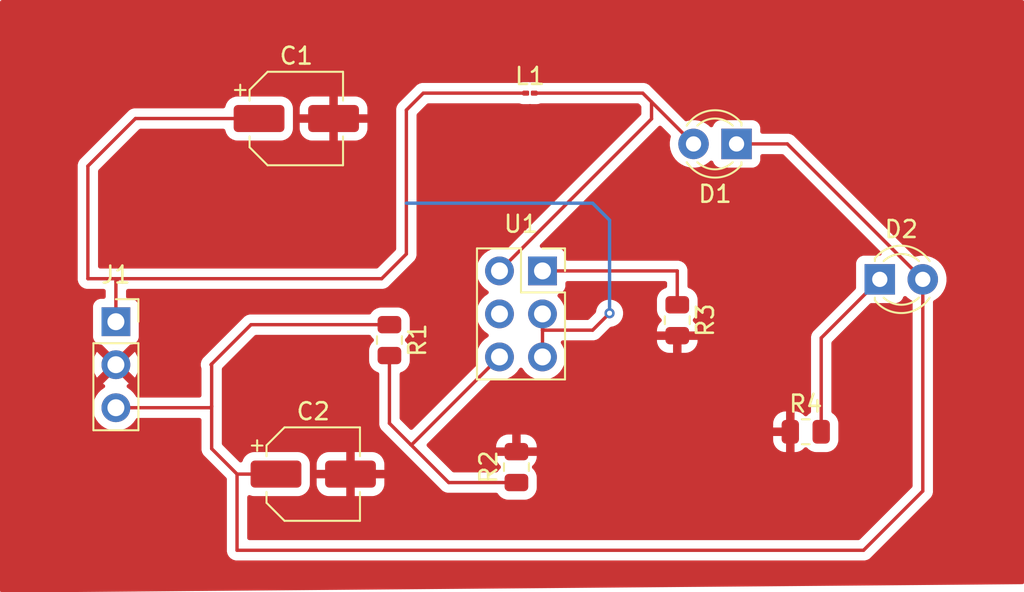
<source format=kicad_pcb>
(kicad_pcb (version 20241229) (generator "pcbnew") (generator_version "9.0")
  (layers (0 "F.Cu" signal) (2 "B.Cu" signal) (13 "F.Paste" user) (15 "B.Paste" user) (5 "F.SilkS" user "F.Silkscreen") (7 "B.SilkS" user "B.Silkscreen") (1 "F.Mask" user) (3 "B.Mask" user) (25 "Edge.Cuts" user))
  (net 0 "")
  (net 1 "GND")
  (net 2 "VCC")
  (net 3 "+5V")
  (net 4 "Net-(D1-A)")
  (net 5 "Net-(D2-K)")
  (net 6 "Net-(U1-3-FB)")
  (net 7 "Net-(U1-6-OC)")
  (footprint "Resistor_SMD:R_0805_2012Metric" (layer "F.Cu") (at 99.5 83.9125 -90)
    (property "Reference" "R3" (at 0 -1.65 90) (layer "F.SilkS"))
    (property "Value" "20k")
    (fp_line (start -0.227064 0.735) (end 0.227064 0.735) (stroke (width 0.12)) (layer "F.SilkS"))
    (fp_line (start -0.227064 -0.735) (end 0.227064 -0.735) (stroke (width 0.12)) (layer "F.SilkS"))
    (pad "1" smd roundrect (at -0.9125 0 270) (size 1.025 1.4) (layers "F.Cu" "F.Mask" "F.Paste") (roundrect_rratio 0.243902) (net 7 "Net-(U1-6-OC)"))
    (pad "2" smd roundrect (at 0.9125 0 270) (size 1.025 1.4) (layers "F.Cu" "F.Mask" "F.Paste") (roundrect_rratio 0.243902) (net 1 "GND"))
  )
  (footprint "Resistor_SMD:R_0805_2012Metric" (layer "F.Cu") (at 82.5 85.0875 -90)
    (property "Reference" "R1" (at 0 -1.65 90) (layer "F.SilkS"))
    (property "Value" "110k")
    (fp_line (start -0.227064 0.735) (end 0.227064 0.735) (stroke (width 0.12)) (layer "F.SilkS"))
    (fp_line (start -0.227064 -0.735) (end 0.227064 -0.735) (stroke (width 0.12)) (layer "F.SilkS"))
    (pad "1" smd roundrect (at -0.9125 0 270) (size 1.025 1.4) (layers "F.Cu" "F.Mask" "F.Paste") (roundrect_rratio 0.243902) (net 3 "+5V"))
    (pad "2" smd roundrect (at 0.9125 0 270) (size 1.025 1.4) (layers "F.Cu" "F.Mask" "F.Paste") (roundrect_rratio 0.243902) (net 6 "Net-(U1-3-FB)"))
  )
  (footprint "Connector_PinSocket_2.54mm:PinSocket_1x03_P2.54mm_Vertical" (layer "F.Cu") (at 66.345 84)
    (property "Reference" "J1" (at 0 -2.77 0) (layer "F.SilkS"))
    (property "Value" "Conn_01x03_Pin")
    (fp_line (start -1.33 1.27) (end -1.33 6.41) (stroke (width 0.12)) (layer "F.SilkS"))
    (fp_line (start -1.33 1.27) (end 1.33 1.27) (stroke (width 0.12)) (layer "F.SilkS"))
    (fp_line (start -1.33 6.41) (end 1.33 6.41) (stroke (width 0.12)) (layer "F.SilkS"))
    (fp_line (start 0 -1.33) (end 1.33 -1.33) (stroke (width 0.12)) (layer "F.SilkS"))
    (fp_line (start 1.33 -1.33) (end 1.33 0) (stroke (width 0.12)) (layer "F.SilkS"))
    (fp_line (start 1.33 1.27) (end 1.33 6.41) (stroke (width 0.12)) (layer "F.SilkS"))
    (pad "1" thru_hole rect (at 0 0) (size 1.7 1.7) (drill 1) (layers "*.Cu" "*.Mask") (net 2 "VCC"))
    (pad "2" thru_hole circle (at 0 2.54) (size 1.7 1.7) (drill 1) (layers "*.Cu" "*.Mask") (net 1 "GND"))
    (pad "3" thru_hole circle (at 0 5.08) (size 1.7 1.7) (drill 1) (layers "*.Cu" "*.Mask") (net 3 "+5V"))
  )
  (footprint "Inductor_SMD:L_01005_0402Metric" (layer "F.Cu") (at 90.8 70.5)
    (property "Reference" "L1" (at 0 -1 0) (layer "F.SilkS"))
    (property "Value" "4.7uH")
    (pad "1" smd roundrect (at -0.25 0) (size 0.4 0.3) (layers "F.Cu" "F.Mask") (net 2 "VCC"))
    (pad "2" smd roundrect (at 0.25 0) (size 0.4 0.3) (layers "F.Cu" "F.Mask") (net 4 "Net-(D1-A)"))
  )
  (footprint "Resistor_SMD:R_0805_2012Metric" (layer "F.Cu") (at 107.0875 90.5)
    (property "Reference" "R4" (at 0 -1.65 0) (layer "F.SilkS"))
    (property "Value" "1k")
    (fp_line (start -0.227064 -0.735) (end 0.227064 -0.735) (stroke (width 0.12)) (layer "F.SilkS"))
    (fp_line (start -0.227064 0.735) (end 0.227064 0.735) (stroke (width 0.12)) (layer "F.SilkS"))
    (pad "1" smd roundrect (at -0.9125 0) (size 1.025 1.4) (layers "F.Cu" "F.Mask" "F.Paste") (roundrect_rratio 0.243902) (net 1 "GND"))
    (pad "2" smd roundrect (at 0.9125 0) (size 1.025 1.4) (layers "F.Cu" "F.Mask" "F.Paste") (roundrect_rratio 0.243902) (net 5 "Net-(D2-K)"))
  )
  (footprint "LED_THT:LED_D3.0mm" (layer "F.Cu") (at 103 73.5 180)
    (property "Reference" "D1" (at 1.27 -2.96 0) (layer "F.SilkS"))
    (property "Value" "D_Schottky")
    (fp_line (start -0.29 1.08) (end -0.29 1.236) (stroke (width 0.12)) (layer "F.SilkS"))
    (fp_line (start -0.29 -1.236) (end -0.29 -1.08) (stroke (width 0.12)) (layer "F.SilkS"))
    (fp_arc (start 2.941437 1.08) (mid 1.36566 1.987699) (end -0.29 1.235516) (stroke (width 0.12)) (layer "F.SilkS"))
    (fp_arc (start 2.310961 1.08) (mid 1.27 1.5) (end 0.229039 1.08) (stroke (width 0.12)) (layer "F.SilkS"))
    (fp_arc (start 0.229039 -1.08) (mid 1.27 -1.5) (end 2.310961 -1.08) (stroke (width 0.12)) (layer "F.SilkS"))
    (fp_arc (start -0.29 -1.235516) (mid 1.36566 -1.987699) (end 2.941437 -1.08) (stroke (width 0.12)) (layer "F.SilkS"))
    (pad "1" thru_hole rect (at 0 0 180) (size 1.8 1.8) (drill 0.9) (layers "*.Cu" "*.Mask") (net 3 "+5V"))
    (pad "2" thru_hole circle (at 2.54 0 180) (size 1.8 1.8) (drill 0.9) (layers "*.Cu" "*.Mask") (net 4 "Net-(D1-A)"))
  )
  (footprint "Capacitor_SMD:CP_Elec_5x5.4" (layer "F.Cu") (at 77 72)
    (property "Reference" "C1" (at 0 -3.7 0) (layer "F.SilkS"))
    (property "Value" "22uF")
    (fp_line (start -3.625 -1.685) (end -3 -1.685) (stroke (width 0.12)) (layer "F.SilkS"))
    (fp_line (start -3.3125 -1.9975) (end -3.3125 -1.3725) (stroke (width 0.12)) (layer "F.SilkS"))
    (fp_line (start -2.76 -1.695563) (end -2.76 -1.06) (stroke (width 0.12)) (layer "F.SilkS"))
    (fp_line (start -2.76 -1.695563) (end -1.695563 -2.76) (stroke (width 0.12)) (layer "F.SilkS"))
    (fp_line (start -2.76 1.695563) (end -2.76 1.06) (stroke (width 0.12)) (layer "F.SilkS"))
    (fp_line (start -2.76 1.695563) (end -1.695563 2.76) (stroke (width 0.12)) (layer "F.SilkS"))
    (fp_line (start -1.695563 -2.76) (end 2.76 -2.76) (stroke (width 0.12)) (layer "F.SilkS"))
    (fp_line (start -1.695563 2.76) (end 2.76 2.76) (stroke (width 0.12)) (layer "F.SilkS"))
    (fp_line (start 2.76 -2.76) (end 2.76 -1.06) (stroke (width 0.12)) (layer "F.SilkS"))
    (fp_line (start 2.76 2.76) (end 2.76 1.06) (stroke (width 0.12)) (layer "F.SilkS"))
    (pad "1" smd roundrect (at -2.2 0) (size 3 1.6) (layers "F.Cu" "F.Mask" "F.Paste") (roundrect_rratio 0.15625) (net 2 "VCC"))
    (pad "2" smd roundrect (at 2.2 0) (size 3 1.6) (layers "F.Cu" "F.Mask" "F.Paste") (roundrect_rratio 0.15625) (net 1 "GND"))
  )
  (footprint "Resistor_SMD:R_0805_2012Metric" (layer "F.Cu") (at 90 92.5875 90)
    (property "Reference" "R2" (at 0 -1.65 90) (layer "F.SilkS"))
    (property "Value" "15k")
    (fp_line (start -0.227064 -0.735) (end 0.227064 -0.735) (stroke (width 0.12)) (layer "F.SilkS"))
    (fp_line (start -0.227064 0.735) (end 0.227064 0.735) (stroke (width 0.12)) (layer "F.SilkS"))
    (pad "1" smd roundrect (at -0.9125 0 90) (size 1.025 1.4) (layers "F.Cu" "F.Mask" "F.Paste") (roundrect_rratio 0.243902) (net 6 "Net-(U1-3-FB)"))
    (pad "2" smd roundrect (at 0.9125 0 90) (size 1.025 1.4) (layers "F.Cu" "F.Mask" "F.Paste") (roundrect_rratio 0.243902) (net 1 "GND"))
  )
  (footprint "LED_THT:LED_D3.0mm" (layer "F.Cu") (at 111.46 81.5)
    (property "Reference" "D2" (at 1.27 -2.96 0) (layer "F.SilkS"))
    (property "Value" "red")
    (fp_line (start -0.29 -1.236) (end -0.29 -1.08) (stroke (width 0.12)) (layer "F.SilkS"))
    (fp_line (start -0.29 1.08) (end -0.29 1.236) (stroke (width 0.12)) (layer "F.SilkS"))
    (fp_arc (start -0.29 -1.235516) (mid 1.36566 -1.987699) (end 2.941437 -1.08) (stroke (width 0.12)) (layer "F.SilkS"))
    (fp_arc (start 0.229039 -1.08) (mid 1.27 -1.5) (end 2.310961 -1.08) (stroke (width 0.12)) (layer "F.SilkS"))
    (fp_arc (start 2.310961 1.08) (mid 1.27 1.5) (end 0.229039 1.08) (stroke (width 0.12)) (layer "F.SilkS"))
    (fp_arc (start 2.941437 1.08) (mid 1.36566 1.987699) (end -0.29 1.235516) (stroke (width 0.12)) (layer "F.SilkS"))
    (pad "1" thru_hole rect (at 0 0) (size 1.8 1.8) (drill 0.9) (layers "*.Cu" "*.Mask") (net 5 "Net-(D2-K)"))
    (pad "2" thru_hole circle (at 2.54 0) (size 1.8 1.8) (drill 0.9) (layers "*.Cu" "*.Mask") (net 3 "+5V"))
  )
  (footprint "Connector_PinSocket_2.54mm:PinSocket_2x03_P2.54mm_Vertical" (layer "F.Cu") (at 91.54 81)
    (property "Reference" "U1" (at -1.27 -2.77 0) (layer "F.SilkS"))
    (property "Value" "~")
    (fp_line (start -3.87 -1.33) (end -3.87 6.41) (stroke (width 0.12)) (layer "F.SilkS"))
    (fp_line (start -3.87 -1.33) (end -1.27 -1.33) (stroke (width 0.12)) (layer "F.SilkS"))
    (fp_line (start -3.87 6.41) (end 1.33 6.41) (stroke (width 0.12)) (layer "F.SilkS"))
    (fp_line (start -1.27 -1.33) (end -1.27 1.27) (stroke (width 0.12)) (layer "F.SilkS"))
    (fp_line (start -1.27 1.27) (end 1.33 1.27) (stroke (width 0.12)) (layer "F.SilkS"))
    (fp_line (start 0 -1.33) (end 1.33 -1.33) (stroke (width 0.12)) (layer "F.SilkS"))
    (fp_line (start 1.33 -1.33) (end 1.33 0) (stroke (width 0.12)) (layer "F.SilkS"))
    (fp_line (start 1.33 1.27) (end 1.33 6.41) (stroke (width 0.12)) (layer "F.SilkS"))
    (pad "1" thru_hole circle (at -2.54 0) (size 1.7 1.7) (drill 1) (layers "*.Cu" "*.Mask"))
    (pad "2" thru_hole circle (at -2.54 2.54) (size 1.7 1.7) (drill 1) (layers "*.Cu" "*.Mask"))
    (pad "3" thru_hole circle (at -2.54 5.08) (size 1.7 1.7) (drill 1) (layers "*.Cu" "*.Mask"))
    (pad "4" thru_hole circle (at 0 5.08) (size 1.7 1.7) (drill 1) (layers "*.Cu" "*.Mask"))
    (pad "5" thru_hole circle (at 0 2.54) (size 1.7 1.7) (drill 1) (layers "*.Cu" "*.Mask"))
    (pad "6" thru_hole rect (at 0 0) (size 1.7 1.7) (drill 1) (layers "*.Cu" "*.Mask"))
  )
  (footprint "Capacitor_SMD:CP_Elec_5x5.4" (layer "F.Cu") (at 78 93)
    (property "Reference" "C2" (at 0 -3.7 0) (layer "F.SilkS"))
    (property "Value" "22uF")
    (fp_line (start -3.625 -1.685) (end -3 -1.685) (stroke (width 0.12)) (layer "F.SilkS"))
    (fp_line (start -3.3125 -1.9975) (end -3.3125 -1.3725) (stroke (width 0.12)) (layer "F.SilkS"))
    (fp_line (start -2.76 -1.695563) (end -2.76 -1.06) (stroke (width 0.12)) (layer "F.SilkS"))
    (fp_line (start -2.76 -1.695563) (end -1.695563 -2.76) (stroke (width 0.12)) (layer "F.SilkS"))
    (fp_line (start -2.76 1.695563) (end -2.76 1.06) (stroke (width 0.12)) (layer "F.SilkS"))
    (fp_line (start -2.76 1.695563) (end -1.695563 2.76) (stroke (width 0.12)) (layer "F.SilkS"))
    (fp_line (start -1.695563 -2.76) (end 2.76 -2.76) (stroke (width 0.12)) (layer "F.SilkS"))
    (fp_line (start -1.695563 2.76) (end 2.76 2.76) (stroke (width 0.12)) (layer "F.SilkS"))
    (fp_line (start 2.76 -2.76) (end 2.76 -1.06) (stroke (width 0.12)) (layer "F.SilkS"))
    (fp_line (start 2.76 2.76) (end 2.76 1.06) (stroke (width 0.12)) (layer "F.SilkS"))
    (pad "1" smd roundrect (at -2.2 0) (size 3 1.6) (layers "F.Cu" "F.Mask" "F.Paste") (roundrect_rratio 0.15625) (net 3 "+5V"))
    (pad "2" smd roundrect (at 2.2 0) (size 3 1.6) (layers "F.Cu" "F.Mask" "F.Paste") (roundrect_rratio 0.15625) (net 1 "GND"))
  )
  (segment (start 91.54 84.5) (end 94.5 84.5) (width 0.2) (layer "F.Cu") (net 0))
  (segment (start 91.54 83.54) (end 91.54 84.5) (width 0.2) (layer "F.Cu") (net 0))
  (segment (start 94.5 84.5) (end 95.5 83.5) (width 0.2) (layer "F.Cu") (net 0))
  (segment (start 91.54 84.5) (end 91.54 86.08) (width 0.2) (layer "F.Cu") (net 0))
  (via (at 95.5 83.5) (size 0.6) (drill 0.3) (layers "F.Cu" "B.Cu") (net 0))
  (segment (start 95.5 78) (end 94.5 77) (width 0.2) (layer "B.Cu") (net 0))
  (segment (start 95.5 83.5) (end 95.5 78) (width 0.2) (layer "B.Cu") (net 0))
  (segment (start 94.5 77) (end 83.5 77) (width 0.2) (layer "B.Cu") (net 0))
  (segment (start 64.69 74.81) (end 64.69 81.46) (width 0.2) (layer "F.Cu") (net 2))
  (segment (start 66.5 81.46) (end 64.69 81.46) (width 0.2) (layer "F.Cu") (net 2))
  (segment (start 90.55 70.5) (end 84.5 70.5) (width 0.2) (layer "F.Cu") (net 2))
  (segment (start 84.5 70.5) (end 83.5 71.5) (width 0.2) (layer "F.Cu") (net 2))
  (segment (start 82.04 81.46) (end 66.5 81.46) (width 0.2) (layer "F.Cu") (net 2))
  (segment (start 67.5 72) (end 64.69 74.81) (width 0.2) (layer "F.Cu") (net 2))
  (segment (start 83.5 71.5) (end 83.5 80) (width 0.2) (layer "F.Cu") (net 2))
  (segment (start 74.8 72) (end 67.5 72) (width 0.2) (layer "F.Cu") (net 2))
  (segment (start 83.5 80) (end 82.04 81.46) (width 0.2) (layer "F.Cu") (net 2))
  (segment (start 66.345 84) (end 66.345 81.615) (width 0.2) (layer "F.Cu") (net 2))
  (segment (start 66.345 81.615) (end 66.5 81.46) (width 0.2) (layer "F.Cu") (net 2))
  (segment (start 103 73.5) (end 106 73.5) (width 0.2) (layer "F.Cu") (net 3))
  (segment (start 106 73.5) (end 114 81.5) (width 0.2) (layer "F.Cu") (net 3))
  (segment (start 72 86.5) (end 71.96 86.54) (width 0.2) (layer "F.Cu") (net 3))
  (segment (start 73.5 93) (end 72 91.5) (width 0.2) (layer "F.Cu") (net 3))
  (segment (start 114 81.5) (end 114 94) (width 0.2) (layer "F.Cu") (net 3))
  (segment (start 73.5 97.5) (end 73.5 93) (width 0.2) (layer "F.Cu") (net 3))
  (segment (start 74.325 84.175) (end 72 86.5) (width 0.2) (layer "F.Cu") (net 3))
  (segment (start 72 89) (end 72 86.5) (width 0.2) (layer "F.Cu") (net 3))
  (segment (start 75.8 93) (end 73.5 93) (width 0.2) (layer "F.Cu") (net 3))
  (segment (start 114 94) (end 110.5 97.5) (width 0.2) (layer "F.Cu") (net 3))
  (segment (start 71.92 89.08) (end 72 89) (width 0.2) (layer "F.Cu") (net 3))
  (segment (start 110.5 97.5) (end 73.5 97.5) (width 0.2) (layer "F.Cu") (net 3))
  (segment (start 66.345 89.08) (end 71.92 89.08) (width 0.2) (layer "F.Cu") (net 3))
  (segment (start 82.5 84.175) (end 74.325 84.175) (width 0.2) (layer "F.Cu") (net 3))
  (segment (start 72 91.5) (end 72 89) (width 0.2) (layer "F.Cu") (net 3))
  (segment (start 91.05 70.5) (end 97.46 70.5) (width 0.2) (layer "F.Cu") (net 4))
  (segment (start 97.98 72.02) (end 97.98 71.02) (width 0.2) (layer "F.Cu") (net 4))
  (segment (start 97.46 70.5) (end 97.98 71.02) (width 0.2) (layer "F.Cu") (net 4))
  (segment (start 97.98 71.02) (end 100.46 73.5) (width 0.2) (layer "F.Cu") (net 4))
  (segment (start 89 81) (end 97.98 72.02) (width 0.2) (layer "F.Cu") (net 4))
  (segment (start 108 84.96) (end 111.46 81.5) (width 0.2) (layer "F.Cu") (net 5))
  (segment (start 108 90.5) (end 108 84.96) (width 0.2) (layer "F.Cu") (net 5))
  (segment (start 83.75 91.25) (end 82.5 90) (width 0.2) (layer "F.Cu") (net 6))
  (segment (start 89 86.08) (end 83.83 91.25) (width 0.2) (layer "F.Cu") (net 6))
  (segment (start 86 93.5) (end 83.75 91.25) (width 0.2) (layer "F.Cu") (net 6))
  (segment (start 90 93.5) (end 86 93.5) (width 0.2) (layer "F.Cu") (net 6))
  (segment (start 82.5 90) (end 82.5 86) (width 0.2) (layer "F.Cu") (net 6))
  (segment (start 83.83 91.25) (end 83.75 91.25) (width 0.2) (layer "F.Cu") (net 6))
  (segment (start 99.5 83) (end 99.5 81) (width 0.2) (layer "F.Cu") (net 7))
  (segment (start 99.5 81) (end 91.54 81) (width 0.2) (layer "F.Cu") (net 7))
  (zone (net 1) (net_name "GND") (layer "F.Cu") (connect_pads (clearance 0.5)) (min_thickness 0.25) (fill yes (thermal_gap 0.5) (thermal_bridge_width 0.5))
    (polygon (pts (xy 59.5 65) (xy 120 65) (xy 120 99.5) (xy 59.5 100)))
  )
)
</source>
